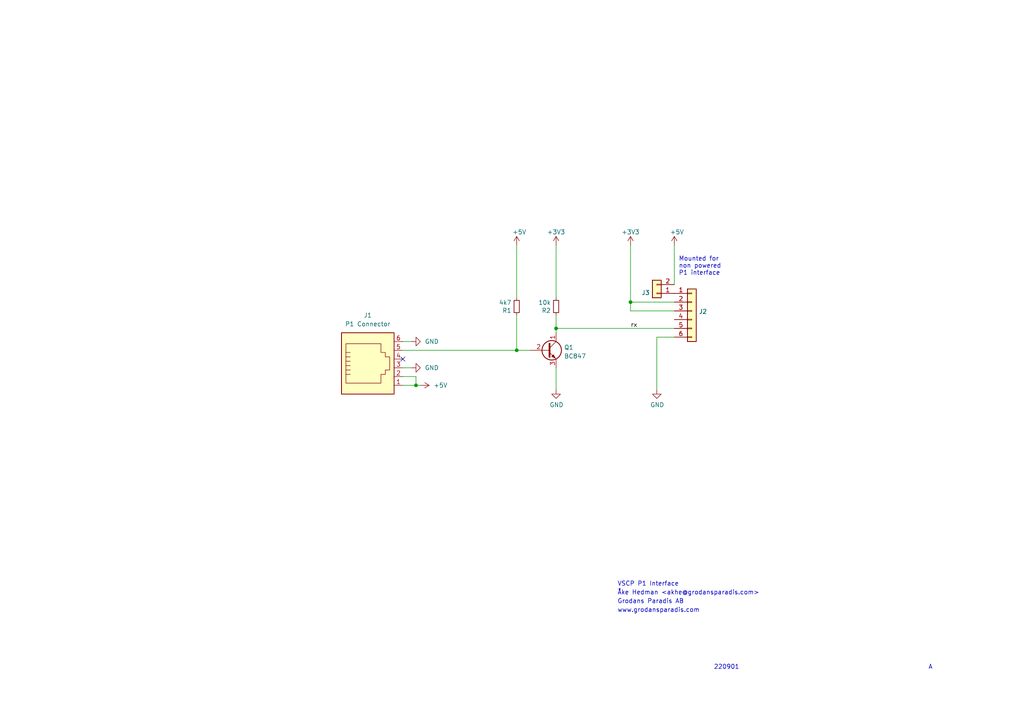
<source format=kicad_sch>
(kicad_sch (version 20211123) (generator eeschema)
  (paper "A4")
  (lib_symbols
    (symbol "Connector:6P6C" (pin_names (offset 1.016))
      (property "Reference" "J" (at -5.08 11.43 0))
      (property "Value" "6P6C" (at 2.54 11.43 0))
      (symbol "6P6C_0_1"
        (polyline (pts (xy -6.35 -1.905) (xy -5.08 -1.905) (xy -5.08 -1.905)))
        (polyline (pts (xy -6.35 -0.635) (xy -5.08 -0.635) (xy -5.08 -0.635)))
        (polyline (pts (xy -6.35 0.635) (xy -5.08 0.635) (xy -5.08 0.635)))
        (polyline (pts (xy -6.35 1.905) (xy -5.08 1.905) (xy -5.08 1.905)))
        (polyline (pts (xy -6.35 3.175) (xy -5.08 3.175) (xy -5.08 3.175)))
        (polyline (pts (xy -5.08 4.445) (xy -6.35 4.445) (xy -6.35 4.445)))
        (polyline (pts (xy -6.35 -4.445) (xy -6.35 6.985) (xy 3.81 6.985) (xy 3.81 4.445) (xy 5.08 4.445) (xy 5.08 3.175) (xy 6.35 3.175) (xy 6.35 -0.635) (xy 5.08 -0.635) (xy 5.08 -1.905) (xy 3.81 -1.905) (xy 3.81 -4.445) (xy -6.35 -4.445) (xy -6.35 -4.445)))
        (rectangle (start 7.62 10.16) (end -7.62 -7.62) (stroke (width 0.254)) (fill (type background)))
      )
      (symbol "6P6C_1_1"
        (pin passive line (at 10.16 -5.08 180) (length 2.54) (name "~") (number "1"))
        (pin passive line (at 10.16 -2.54 180) (length 2.54) (name "~") (number "2"))
        (pin passive line (at 10.16 0 180) (length 2.54) (name "~") (number "3"))
        (pin passive line (at 10.16 2.54 180) (length 2.54) (name "~") (number "4"))
        (pin passive line (at 10.16 5.08 180) (length 2.54) (name "~") (number "5"))
        (pin passive line (at 10.16 7.62 180) (length 2.54) (name "~") (number "6"))
      )
    )
    (symbol "Connector_Generic:Conn_01x02" (pin_names (offset 1.016) hide)
      (property "Reference" "J" (at 0 2.54 0))
      (property "Value" "Conn_01x02" (at 0 -5.08 0))
      (symbol "Conn_01x02_1_1"
        (rectangle (start -1.27 -2.413) (end 0 -2.667) (stroke (width 0.1524)))
        (rectangle (start -1.27 0.127) (end 0 -0.127) (stroke (width 0.1524)))
        (rectangle (start -1.27 1.27) (end 1.27 -3.81) (stroke (width 0.254)) (fill (type background)))
        (pin passive line (at -5.08 0 0) (length 3.81) (name "Pin_1") (number "1"))
        (pin passive line (at -5.08 -2.54 0) (length 3.81) (name "Pin_2") (number "2"))
      )
    )
    (symbol "Connector_Generic:Conn_01x06" (pin_names (offset 1.016) hide)
      (property "Reference" "J" (at 0 7.62 0))
      (property "Value" "Conn_01x06" (at 0 -10.16 0))
      (symbol "Conn_01x06_1_1"
        (rectangle (start -1.27 -7.493) (end 0 -7.747) (stroke (width 0.1524)))
        (rectangle (start -1.27 -4.953) (end 0 -5.207) (stroke (width 0.1524)))
        (rectangle (start -1.27 -2.413) (end 0 -2.667) (stroke (width 0.1524)))
        (rectangle (start -1.27 0.127) (end 0 -0.127) (stroke (width 0.1524)))
        (rectangle (start -1.27 2.667) (end 0 2.413) (stroke (width 0.1524)))
        (rectangle (start -1.27 5.207) (end 0 4.953) (stroke (width 0.1524)))
        (rectangle (start -1.27 6.35) (end 1.27 -8.89) (stroke (width 0.254)) (fill (type background)))
        (pin passive line (at -5.08 5.08 0) (length 3.81) (name "Pin_1") (number "1"))
        (pin passive line (at -5.08 2.54 0) (length 3.81) (name "Pin_2") (number "2"))
        (pin passive line (at -5.08 0 0) (length 3.81) (name "Pin_3") (number "3"))
        (pin passive line (at -5.08 -2.54 0) (length 3.81) (name "Pin_4") (number "4"))
        (pin passive line (at -5.08 -5.08 0) (length 3.81) (name "Pin_5") (number "5"))
        (pin passive line (at -5.08 -7.62 0) (length 3.81) (name "Pin_6") (number "6"))
      )
    )
    (symbol "Device:R_Small" (pin_numbers hide) (pin_names (offset 0.254) hide)
      (property "Reference" "R" (at 0.762 0.508 0))
      (property "Value" "R_Small" (at 0.762 -1.016 0))
      (symbol "R_Small_0_1"
        (rectangle (start -0.762 1.778) (end 0.762 -1.778) (stroke (width 0.2032)))
      )
      (symbol "R_Small_1_1"
        (pin passive line (at 0 2.54 270) (length 0.762) (name "~") (number "1"))
        (pin passive line (at 0 -2.54 90) (length 0.762) (name "~") (number "2"))
      )
    )
    (symbol "Transistor_BJT:BC547" (pin_names (offset 0) hide)
      (property "Reference" "Q" (at 5.08 1.905 0))
      (property "Value" "BC547" (at 5.08 0 0))
      (symbol "BC547_0_1"
        (polyline (pts (xy 0 0) (xy 0.635 0)))
        (polyline (pts (xy 0.635 0.635) (xy 2.54 2.54)))
        (polyline (pts (xy 0.635 -0.635) (xy 2.54 -2.54) (xy 2.54 -2.54)))
        (polyline (pts (xy 0.635 1.905) (xy 0.635 -1.905) (xy 0.635 -1.905)) (stroke (width 0.508)))
        (polyline (pts (xy 1.27 -1.778) (xy 1.778 -1.27) (xy 2.286 -2.286) (xy 1.27 -1.778) (xy 1.27 -1.778)) (fill (type outline)))
        (circle (center 1.27 0) (radius 2.8194) (stroke (width 0.254)))
      )
      (symbol "BC547_1_1"
        (pin passive line (at 2.54 5.08 270) (length 2.54) (name "C") (number "1"))
        (pin input line (at -5.08 0 0) (length 5.08) (name "B") (number "2"))
        (pin passive line (at 2.54 -5.08 90) (length 2.54) (name "E") (number "3"))
      )
    )
    (symbol "power:+3.3V" (power) (pin_names (offset 0))
      (property "Value" "+3.3V" (at 0 3.556 0))
      (symbol "+3.3V_0_1"
        (polyline (pts (xy -0.762 1.27) (xy 0 2.54)))
        (polyline (pts (xy 0 0) (xy 0 2.54)))
        (polyline (pts (xy 0 2.54) (xy 0.762 1.27)))
      )
      (symbol "+3.3V_1_1"
        (pin power_in line (at 0 0 90) (length 0) hide (name "+3V3") (number "1"))
      )
    )
    (symbol "power:+5V" (power) (pin_names (offset 0))
      (property "Value" "+5V" (at 0 3.556 0))
      (symbol "+5V_0_1"
        (polyline (pts (xy -0.762 1.27) (xy 0 2.54)))
        (polyline (pts (xy 0 0) (xy 0 2.54)))
        (polyline (pts (xy 0 2.54) (xy 0.762 1.27)))
      )
      (symbol "+5V_1_1"
        (pin power_in line (at 0 0 90) (length 0) hide (name "+5V") (number "1"))
      )
    )
    (symbol "power:GND" (power) (pin_names (offset 0))
      (property "Value" "GND" (at 0 -3.81 0))
      (symbol "GND_0_1"
        (polyline (pts (xy 0 0) (xy 0 -1.27) (xy 1.27 -1.27) (xy 0 -2.54) (xy -1.27 -1.27) (xy 0 -1.27)))
      )
      (symbol "GND_1_1"
        (pin power_in line (at 0 0 270) (length 0) hide (name "GND") (number "1"))
      )
    )
  )
  (junction (at 120.65 111.76))
  (junction (at 149.86 101.6))
  (junction (at 182.88 87.63))
  (junction (at 161.29 95.25))
  (no_connect (at 116.84 104.14))
  (wire (pts (xy 161.29 91.44) (xy 161.29 95.25)))
  (wire (pts (xy 161.29 71.12) (xy 161.29 86.36)))
  (wire (pts (xy 120.65 111.76) (xy 121.92 111.76)))
  (wire (pts (xy 182.88 87.63) (xy 195.58 87.63)))
  (wire (pts (xy 120.65 109.22) (xy 120.65 111.76)))
  (wire (pts (xy 195.58 97.79) (xy 190.5 97.79)))
  (wire (pts (xy 161.29 113.03) (xy 161.29 106.68)))
  (wire (pts (xy 182.88 71.12) (xy 182.88 87.63)))
  (wire (pts (xy 116.84 101.6) (xy 149.86 101.6)))
  (wire (pts (xy 116.84 99.06) (xy 119.38 99.06)))
  (wire (pts (xy 116.84 111.76) (xy 120.65 111.76)))
  (wire (pts (xy 116.84 106.68) (xy 119.38 106.68)))
  (wire (pts (xy 149.86 71.12) (xy 149.86 86.36)))
  (wire (pts (xy 190.5 97.79) (xy 190.5 113.03)))
  (wire (pts (xy 161.29 95.25) (xy 161.29 96.52)))
  (wire (pts (xy 195.58 90.17) (xy 182.88 90.17)))
  (wire (pts (xy 149.86 101.6) (xy 153.67 101.6)))
  (wire (pts (xy 161.29 95.25) (xy 195.58 95.25)))
  (wire (pts (xy 149.86 91.44) (xy 149.86 101.6)))
  (wire (pts (xy 116.84 109.22) (xy 120.65 109.22)))
  (wire (pts (xy 195.58 71.12) (xy 195.58 82.55)))
  (wire (pts (xy 182.88 87.63) (xy 182.88 90.17)))
  (text "Mounted for\nnon powered\nP1 interface" (at 196.85 80.01 0) (effects (font (size 1.27 1.27)) (justify left bottom)))
  (text "VSCP P1 Interface" (at 179.07 170.18 0) (effects (font (size 1.27 1.27)) (justify left bottom)))
  (text "Åke Hedman <akhe@grodansparadis.com>" (at 179.07 172.72 0) (effects (font (size 1.27 1.27)) (justify left bottom)))
  (text "A" (at 269.24 194.31 0) (effects (font (size 1.27 1.27)) (justify left bottom)))
  (text "www.grodansparadis.com" (at 179.07 177.8 0) (effects (font (size 1.27 1.27)) (justify left bottom)))
  (text "Grodans Paradis AB" (at 179.07 175.26 0) (effects (font (size 1.27 1.27)) (justify left bottom)))
  (text "220901" (at 207.01 194.31 0) (effects (font (size 1.27 1.27)) (justify left bottom)))
  (label "rx" (at 182.88 95.25 0))
  (symbol (lib_id "Device:R_Small") (at 149.86 88.9 180) (unit 1)
    (property "Reference" "R1" (at 148.3614 90.0684 0) (effects (justify left)))
    (property "Value" "4k7" (at 148.3614 87.757 0) (effects (justify left)))
    (property "Footprint" "Resistor_SMD:R_0805_2012Metric_Pad1.20x1.40mm_HandSolder" (effects hide))
  )
  (symbol (lib_id "power:+5V") (at 121.92 111.76 270) (unit 1)
    (property "Reference" "#PWR0101" (effects hide))
    (property "Value" "+5V" (at 125.73 111.7599 90) (effects (justify left)))
  )
  (symbol (lib_id "Transistor_BJT:BC547") (at 158.75 101.6 0) (unit 1)
    (property "Reference" "Q1" (at 163.6014 100.7653 0) (effects (justify left)))
    (property "Value" "BC847" (at 163.6014 103.3022 0) (effects (justify left)))
    (property "Footprint" "Package_TO_SOT_SMD:TSOT-23_HandSoldering" (effects hide))
    (property "Datasheet" "https://www.onsemi.com/pub/Collateral/BC550-D.pdf" (effects hide))
  )
  (symbol (lib_id "power:+3.3V") (at 182.88 71.12 0) (unit 1)
    (property "Reference" "#PWR0107" (effects hide))
    (property "Value" "+3.3V" (at 182.88 67.31 0))
  )
  (symbol (lib_id "power:+3.3V") (at 161.29 71.12 0) (unit 1)
    (property "Reference" "#PWR0108" (effects hide))
    (property "Value" "+3.3V" (at 161.29 67.31 0))
  )
  (symbol (lib_id "power:GND") (at 161.29 113.03 0) (unit 1)
    (property "Reference" "#PWR0104" (effects hide))
    (property "Value" "GND" (at 161.417 117.4242 0))
  )
  (symbol (lib_id "power:GND") (at 119.38 106.68 90) (unit 1)
    (property "Reference" "#PWR0102" (effects hide))
    (property "Value" "GND" (at 123.19 106.6799 90) (effects (justify right)))
  )
  (symbol (lib_id "power:GND") (at 190.5 113.03 0) (unit 1)
    (property "Reference" "#PWR0105" (effects hide))
    (property "Value" "GND" (at 190.627 117.4242 0))
  )
  (symbol (lib_id "Connector:6P6C") (at 106.68 106.68 0) (unit 1)
    (property "Reference" "J1" (at 106.68 91.44 0))
    (property "Value" "P1 Connector" (at 106.68 93.98 0))
    (property "Footprint" "Connector_RJ:RJ12_Amphenol_54601" (effects hide))
    (property "Datasheet" "https://www.tme.eu/Document/ea184333224e66e86ff816154e741036/54601-906WPLF.pdf" (effects hide))
    (property "PN" " 54601-906WPLF" (effects hide))
  )
  (symbol (lib_id "Connector_Generic:Conn_01x06") (at 200.66 90.17 0) (unit 1)
    (property "Reference" "J2" (at 202.692 90.3732 0) (effects (justify left)))
    (property "Value" "Conn_01x06" (effects hide))
    (property "Footprint" "Connector_PinHeader_2.54mm:PinHeader_1x06_P2.54mm_Vertical" (effects hide))
  )
  (symbol (lib_id "Device:R_Small") (at 161.29 88.9 180) (unit 1)
    (property "Reference" "R2" (at 159.7914 90.0684 0) (effects (justify left)))
    (property "Value" "10k" (at 159.7914 87.757 0) (effects (justify left)))
    (property "Footprint" "Resistor_SMD:R_0805_2012Metric_Pad1.20x1.40mm_HandSolder" (effects hide))
  )
  (symbol (lib_id "power:+5V") (at 195.58 71.12 0) (unit 1)
    (property "Reference" "#PWR0106" (effects hide))
    (property "Value" "+5V" (at 194.31 67.31 0) (effects (justify left)))
  )
  (symbol (lib_id "power:+5V") (at 149.86 71.12 0) (unit 1)
    (property "Reference" "#PWR0109" (effects hide))
    (property "Value" "+5V" (at 148.59 67.31 0) (effects (justify left)))
  )
  (symbol (lib_id "Connector_Generic:Conn_01x02") (at 190.5 85.09 180) (unit 1)
    (property "Reference" "J3" (at 188.468 84.8868 0) (effects (justify left)))
    (property "Value" "Conn_01x02" (effects hide))
    (property "Footprint" "Connector_PinHeader_2.54mm:PinHeader_1x02_P2.54mm_Vertical" (effects hide))
  )
  (symbol (lib_id "power:GND") (at 119.38 99.06 90) (unit 1)
    (property "Reference" "#PWR0103" (effects hide))
    (property "Value" "GND" (at 123.19 99.0599 90) (effects (justify right)))
  )
)
</source>
